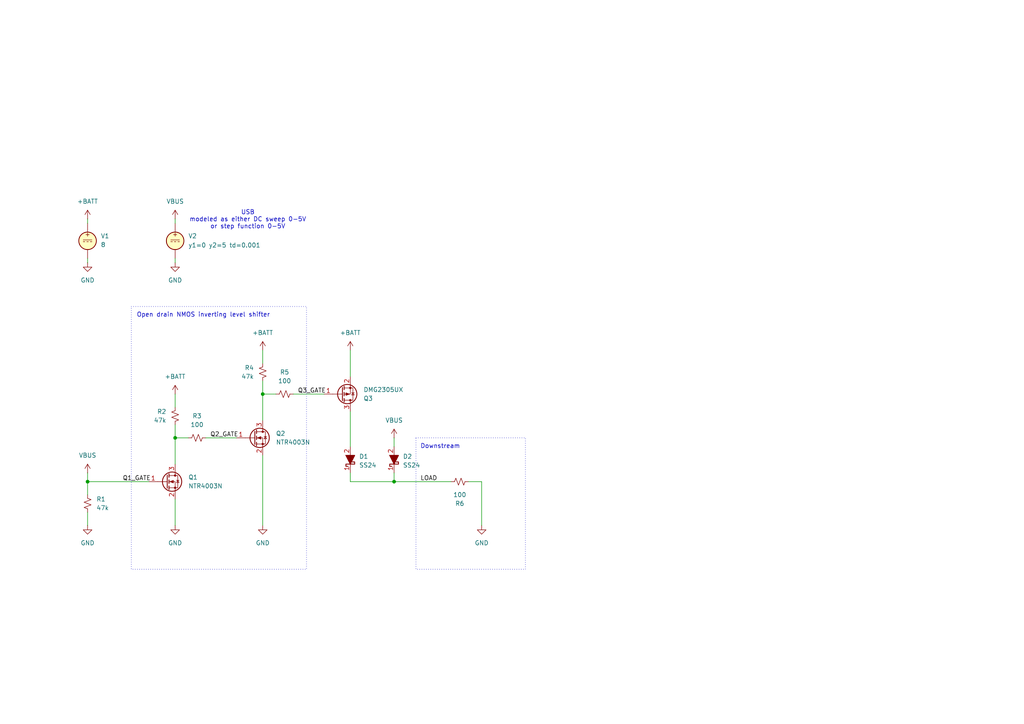
<source format=kicad_sch>
(kicad_sch (version 20250114) (generator "eeschema") (generator_version "9.0")
  (paper "A4")
  (title_block (title "Flight Computer"))
  (lib_symbols
    (symbol "Device:D_Schottky_Filled" (pin_names (offset 1.016) (hide yes))
      (property "Reference" "D" (at 0 2.54 0))
      (property "Value" "D_Schottky_Filled" (at 0 -2.54 0))
      (symbol "D_Schottky_Filled_0_1"
        (polyline (pts (xy -1.905 0.635) (xy -1.905 1.27) (xy -1.27 1.27) (xy -1.27 -1.27) (xy -0.635 -1.27) (xy -0.635 -0.635)) (stroke (width 0.254)))
        (polyline (pts (xy 1.27 1.27) (xy 1.27 -1.27) (xy -1.27 0) (xy 1.27 1.27)) (stroke (width 0.254)) (fill (type outline)))
        (polyline (pts (xy 1.27 0) (xy -1.27 0)))
      )
      (symbol "D_Schottky_Filled_1_1"
        (pin passive line (at -3.81 0 0) (length 2.54) (name "K") (number "1"))
        (pin passive line (at 3.81 0 180) (length 2.54) (name "A") (number "2"))
      )
    )
    (symbol "Device:R_Small_US" (pin_numbers (hide yes)) (pin_names (offset 0.254) (hide yes))
      (property "Reference" "R" (at 0.762 0.508 0))
      (property "Value" "R_Small_US" (at 0.762 -1.016 0))
      (symbol "R_Small_US_1_1"
        (polyline (pts (xy 0 1.524) (xy 1.016 1.143) (xy 0 0.762) (xy -1.016 0.381) (xy 0 0)))
        (polyline (pts (xy 0 0) (xy 1.016 -0.381) (xy 0 -0.762) (xy -1.016 -1.143) (xy 0 -1.524)))
        (pin passive line (at 0 2.54 270) (length 1.016) (name "~") (number "1"))
        (pin passive line (at 0 -2.54 90) (length 1.016) (name "~") (number "2"))
      )
    )
    (symbol "Simulation_SPICE:VDC" (pin_numbers (hide yes)) (pin_names (offset 0.0254))
      (property "Reference" "V" (at 2.54 2.54 0))
      (property "Value" "1" (at 2.54 0 0))
      (symbol "VDC_0_0"
        (polyline (pts (xy -1.27 0.254) (xy 1.27 0.254)))
        (polyline (pts (xy -0.762 -0.254) (xy -1.27 -0.254)))
        (polyline (pts (xy 0.254 -0.254) (xy -0.254 -0.254)))
        (polyline (pts (xy 1.27 -0.254) (xy 0.762 -0.254)))
        (text "+" (at 0 1.905 0) (effects (font (size 1.27 1.27))))
      )
      (symbol "VDC_0_1"
        (circle (center 0 0) (radius 2.54) (stroke (width 0.254)) (fill (type background)))
      )
      (symbol "VDC_1_1"
        (pin passive line (at 0 5.08 270) (length 2.54) (name "~") (number "1"))
        (pin passive line (at 0 -5.08 90) (length 2.54) (name "~") (number "2"))
      )
    )
    (symbol "Transistor_FET:Q_NMOS_GSD" (pin_names (offset 0) (hide yes))
      (property "Reference" "Q" (at 5.08 1.905 0))
      (property "Value" "Q_NMOS_GSD" (at 5.08 0 0))
      (symbol "Q_NMOS_GSD_0_1"
        (polyline (pts (xy 0.254 1.905) (xy 0.254 -1.905)) (stroke (width 0.254)))
        (polyline (pts (xy 0.254 0) (xy -2.54 0)))
        (polyline (pts (xy 0.762 2.286) (xy 0.762 1.27)) (stroke (width 0.254)))
        (polyline (pts (xy 0.762 0.508) (xy 0.762 -0.508)) (stroke (width 0.254)))
        (polyline (pts (xy 0.762 -1.27) (xy 0.762 -2.286)) (stroke (width 0.254)))
        (polyline (pts (xy 0.762 -1.778) (xy 3.302 -1.778) (xy 3.302 1.778) (xy 0.762 1.778)))
        (polyline (pts (xy 1.016 0) (xy 2.032 0.381) (xy 2.032 -0.381) (xy 1.016 0)) (fill (type outline)))
        (circle (center 1.651 0) (radius 2.794) (stroke (width 0.254)))
        (polyline (pts (xy 2.54 2.54) (xy 2.54 1.778)))
        (circle (center 2.54 1.778) (radius 0.254) (fill (type outline)))
        (circle (center 2.54 -1.778) (radius 0.254) (fill (type outline)))
        (polyline (pts (xy 2.54 -2.54) (xy 2.54 0) (xy 0.762 0)))
        (polyline (pts (xy 2.921 0.381) (xy 3.683 0.381)))
        (polyline (pts (xy 3.302 0.381) (xy 2.921 -0.254) (xy 3.683 -0.254) (xy 3.302 0.381)))
      )
      (symbol "Q_NMOS_GSD_1_1"
        (pin input line (at -5.08 0 0) (length 2.54) (name "G") (number "1"))
        (pin passive line (at 2.54 5.08 270) (length 2.54) (name "D") (number "3"))
        (pin passive line (at 2.54 -5.08 90) (length 2.54) (name "S") (number "2"))
      )
    )
    (symbol "Transistor_FET:Q_PMOS_GSD" (pin_names (offset 0) (hide yes))
      (property "Reference" "Q" (at 5.08 1.905 0))
      (property "Value" "Q_PMOS_GSD" (at 5.08 0 0))
      (symbol "Q_PMOS_GSD_0_1"
        (polyline (pts (xy 0.254 1.905) (xy 0.254 -1.905)) (stroke (width 0.254)))
        (polyline (pts (xy 0.254 0) (xy -2.54 0)))
        (polyline (pts (xy 0.762 2.286) (xy 0.762 1.27)) (stroke (width 0.254)))
        (polyline (pts (xy 0.762 1.778) (xy 3.302 1.778) (xy 3.302 -1.778) (xy 0.762 -1.778)))
        (polyline (pts (xy 0.762 0.508) (xy 0.762 -0.508)) (stroke (width 0.254)))
        (polyline (pts (xy 0.762 -1.27) (xy 0.762 -2.286)) (stroke (width 0.254)))
        (circle (center 1.651 0) (radius 2.794) (stroke (width 0.254)))
        (polyline (pts (xy 2.286 0) (xy 1.27 0.381) (xy 1.27 -0.381) (xy 2.286 0)) (fill (type outline)))
        (polyline (pts (xy 2.54 2.54) (xy 2.54 1.778)))
        (circle (center 2.54 1.778) (radius 0.254) (fill (type outline)))
        (circle (center 2.54 -1.778) (radius 0.254) (fill (type outline)))
        (polyline (pts (xy 2.54 -2.54) (xy 2.54 0) (xy 0.762 0)))
        (polyline (pts (xy 2.921 -0.381) (xy 3.683 -0.381)))
        (polyline (pts (xy 3.302 -0.381) (xy 2.921 0.254) (xy 3.683 0.254) (xy 3.302 -0.381)))
      )
      (symbol "Q_PMOS_GSD_1_1"
        (pin input line (at -5.08 0 0) (length 2.54) (name "G") (number "1"))
        (pin passive line (at 2.54 5.08 270) (length 2.54) (name "D") (number "3"))
        (pin passive line (at 2.54 -5.08 90) (length 2.54) (name "S") (number "2"))
      )
    )
    (symbol "power:+BATT" (power) (pin_numbers (hide yes)) (pin_names (offset 0) (hide yes))
      (property "Value" "+BATT" (at 0 3.556 0))
      (symbol "+BATT_0_1"
        (polyline (pts (xy -0.762 1.27) (xy 0 2.54)))
        (polyline (pts (xy 0 2.54) (xy 0.762 1.27)))
        (polyline (pts (xy 0 0) (xy 0 2.54)))
      )
      (symbol "+BATT_1_1"
        (pin power_in line (at 0 0 90) (length 0) (name "~") (number "1"))
      )
    )
    (symbol "power:GND" (power) (pin_numbers (hide yes)) (pin_names (offset 0) (hide yes))
      (property "Value" "GND" (at 0 -3.81 0))
      (symbol "GND_0_1"
        (polyline (pts (xy 0 0) (xy 0 -1.27) (xy 1.27 -1.27) (xy 0 -2.54) (xy -1.27 -1.27) (xy 0 -1.27)))
      )
      (symbol "GND_1_1"
        (pin power_in line (at 0 0 270) (length 0) (name "~") (number "1"))
      )
    )
    (symbol "power:VBUS" (power) (pin_numbers (hide yes)) (pin_names (offset 0) (hide yes))
      (property "Value" "VBUS" (at 0 3.556 0))
      (symbol "VBUS_0_1"
        (polyline (pts (xy -0.762 1.27) (xy 0 2.54)))
        (polyline (pts (xy 0 2.54) (xy 0.762 1.27)))
        (polyline (pts (xy 0 0) (xy 0 2.54)))
      )
      (symbol "VBUS_1_1"
        (pin power_in line (at 0 0 90) (length 0) (name "~") (number "1"))
      )
    )
  )
  (rectangle (start 38.1 88.9) (end 88.9 165.1) (stroke (width 0) (type dot)))
  (rectangle (start 120.65 127) (end 152.4 165.1) (stroke (width 0) (type dot)))
  (text "USB\nmodeled as either DC sweep 0-5V\nor step function 0-5V" (at 71.882 63.754 0) (effects (font (size 1.27 1.27))))
  (text "Open drain NMOS inverting level shifter" (at 39.624 90.678 0) (effects (font (size 1.27 1.27)) (justify left top)))
  (text "Downstream" (at 121.92 128.778 0) (effects (font (size 1.27 1.27)) (justify left top)))
  (junction (at 76.2 114.3))
  (junction (at 50.8 127))
  (junction (at 114.3 139.7))
  (junction (at 25.4 139.7))
  (wire (pts (xy 85.09 114.3) (xy 93.98 114.3)))
  (wire (pts (xy 101.6 119.38) (xy 101.6 129.54)))
  (wire (pts (xy 139.7 139.7) (xy 135.89 139.7)))
  (wire (pts (xy 76.2 101.6) (xy 76.2 105.41)))
  (wire (pts (xy 101.6 139.7) (xy 114.3 139.7)))
  (wire (pts (xy 139.7 152.4) (xy 139.7 139.7)))
  (wire (pts (xy 25.4 137.16) (xy 25.4 139.7)))
  (wire (pts (xy 25.4 63.5) (xy 25.4 64.77)))
  (wire (pts (xy 76.2 132.08) (xy 76.2 152.4)))
  (wire (pts (xy 76.2 114.3) (xy 80.01 114.3)))
  (wire (pts (xy 50.8 144.78) (xy 50.8 152.4)))
  (wire (pts (xy 114.3 127) (xy 114.3 129.54)))
  (wire (pts (xy 101.6 137.16) (xy 101.6 139.7)))
  (wire (pts (xy 25.4 143.51) (xy 25.4 139.7)))
  (wire (pts (xy 25.4 76.2) (xy 25.4 74.93)))
  (wire (pts (xy 50.8 76.2) (xy 50.8 74.93)))
  (wire (pts (xy 25.4 148.59) (xy 25.4 152.4)))
  (wire (pts (xy 76.2 110.49) (xy 76.2 114.3)))
  (wire (pts (xy 114.3 139.7) (xy 114.3 137.16)))
  (wire (pts (xy 50.8 123.19) (xy 50.8 127)))
  (wire (pts (xy 50.8 63.5) (xy 50.8 64.77)))
  (wire (pts (xy 25.4 139.7) (xy 43.18 139.7)))
  (wire (pts (xy 114.3 139.7) (xy 130.81 139.7)))
  (wire (pts (xy 50.8 127) (xy 50.8 134.62)))
  (wire (pts (xy 54.61 127) (xy 50.8 127)))
  (wire (pts (xy 50.8 114.3) (xy 50.8 118.11)))
  (wire (pts (xy 76.2 121.92) (xy 76.2 114.3)))
  (wire (pts (xy 59.69 127) (xy 68.58 127)))
  (wire (pts (xy 101.6 101.6) (xy 101.6 109.22)))
  (label "Q3_GATE" (at 86.36 114.3 0))
  (label "Q1_GATE" (at 35.56 139.7 0))
  (label "Q2_GATE" (at 60.96 127 0))
  (label "LOAD" (at 121.92 139.7 0))
  (symbol (lib_id "power:GND") (at 76.2 152.4 0) (unit 1)
    (property "Reference" "#PWR010" (effects (hide yes)))
    (property "Value" "GND" (at 76.2 157.48 0))
    (property "Description" "Power symbol creates a global label with name \"GND\" , ground" (effects (hide yes)))
  )
  (symbol (lib_id "Device:R_Small_US") (at 50.8 120.65 0) (mirror y) (unit 1)
    (property "Reference" "R2" (at 48.26 119.3799 0) (effects (justify left)))
    (property "Value" "47k" (at 48.26 121.9199 0) (effects (justify left)))
    (property "Description" "Resistor, small US symbol" (effects (hide yes)))
  )
  (symbol (lib_id "Transistor_FET:Q_PMOS_GSD") (at 99.06 114.3 0) (mirror x) (unit 1)
    (property "Reference" "Q3" (at 105.41 115.5701 0) (effects (justify left)))
    (property "Value" "DMG2305UX" (at 105.41 113.0301 0) (effects (justify left)))
    (property "Description" "P-MOSFET transistor, gate/source/drain" (effects (hide yes)))
    (property "Sim.Library" "kicad-library-sigmondkukla\\spice\\DMG2305UX.spice.txt" (effects (hide yes)))
    (property "Sim.Name" "DMG2305UX" (effects (hide yes)))
    (property "Sim.Device" "SUBCKT" (effects (hide yes)))
    (property "Sim.Pins" "1=20 2=30 3=10" (effects (hide yes)))
  )
  (symbol (lib_id "power:GND") (at 25.4 152.4 0) (unit 1)
    (property "Reference" "#PWR04" (effects (hide yes)))
    (property "Value" "GND" (at 25.4 157.48 0))
    (property "Description" "Power symbol creates a global label with name \"GND\" , ground" (effects (hide yes)))
  )
  (symbol (lib_id "Device:R_Small_US") (at 76.2 107.95 0) (mirror y) (unit 1)
    (property "Reference" "R4" (at 73.66 106.6799 0) (effects (justify left)))
    (property "Value" "47k" (at 73.66 109.2199 0) (effects (justify left)))
    (property "Description" "Resistor, small US symbol" (effects (hide yes)))
  )
  (symbol (lib_id "Transistor_FET:Q_NMOS_GSD") (at 73.66 127 0) (unit 1)
    (property "Reference" "Q2" (at 80.01 125.7299 0) (effects (justify left)))
    (property "Value" "NTR4003N" (at 80.01 128.2699 0) (effects (justify left)))
    (property "Description" "N-MOSFET transistor, gate/source/drain" (effects (hide yes)))
    (property "Sim.Library" "kicad-library-sigmondkukla\\spice\\NTR4003N.LIB" (effects (hide yes)))
    (property "Sim.Name" "ntr4003n" (effects (hide yes)))
    (property "Sim.Device" "SUBCKT" (effects (hide yes)))
    (property "Sim.Pins" "1=2 2=3 3=1" (effects (hide yes)))
  )
  (symbol (lib_id "Simulation_SPICE:VDC") (at 50.8 69.85 0) (unit 1)
    (property "Reference" "V2" (at 54.61 68.4501 0) (effects (justify left)))
    (property "Value" "${SIM.PARAMS}" (at 54.61 71.12 0) (effects (justify left)))
    (property "Datasheet" "https://ngspice.sourceforge.io/docs/ngspice-html-manual/manual.xhtml#sec_Independent_Sources_for" (effects (hide yes)))
    (property "Description" "Voltage source, DC" (effects (hide yes)))
    (property "Sim.Pins" "1=+ 2=-" (effects (hide yes)))
    (property "Sim.Type" "PULSE" (effects (hide yes)))
    (property "Sim.Device" "V" (effects (hide yes)))
    (property "Sim.Params" "y1=0 y2=5 td=0.001" (effects (hide yes)))
  )
  (symbol (lib_id "power:+BATT") (at 76.2 101.6 0) (unit 1)
    (property "Reference" "#PWR09" (effects (hide yes)))
    (property "Value" "+BATT" (at 76.2 96.52 0))
    (property "Description" "Power symbol creates a global label with name \"+BATT\"" (effects (hide yes)))
  )
  (symbol (lib_id "Device:D_Schottky_Filled") (at 114.3 133.35 90) (unit 1)
    (property "Reference" "D2" (at 116.84 132.3974 90) (effects (justify right)))
    (property "Value" "SS24" (at 116.84 134.9374 90) (effects (justify right)))
    (property "Description" "Schottky diode, filled shape" (effects (hide yes)))
    (property "Sim.Library" "kicad-library-sigmondkukla\\spice\\SS22T3.REV0.LIB" (effects (hide yes)))
    (property "Sim.Name" "Dss22" (effects (hide yes)))
    (property "Sim.Device" "D" (effects (hide yes)))
    (property "Sim.Pins" "1=K 2=A" (effects (hide yes)))
  )
  (symbol (lib_id "power:VBUS") (at 114.3 127 0) (unit 1)
    (property "Reference" "#PWR012" (effects (hide yes)))
    (property "Value" "VBUS" (at 114.3 121.92 0))
    (property "Description" "Power symbol creates a global label with name \"VBUS\"" (effects (hide yes)))
  )
  (symbol (lib_id "power:VBUS") (at 25.4 137.16 0) (unit 1)
    (property "Reference" "#PWR03" (effects (hide yes)))
    (property "Value" "VBUS" (at 25.4 132.08 0))
    (property "Description" "Power symbol creates a global label with name \"VBUS\"" (effects (hide yes)))
  )
  (symbol (lib_id "Device:R_Small_US") (at 57.15 127 90) (unit 1)
    (property "Reference" "R3" (at 57.15 120.65 90))
    (property "Value" "100" (at 57.15 123.19 90))
    (property "Description" "Resistor, small US symbol" (effects (hide yes)))
  )
  (symbol (lib_id "power:+BATT") (at 101.6 101.6 0) (unit 1)
    (property "Reference" "#PWR011" (effects (hide yes)))
    (property "Value" "+BATT" (at 101.6 96.52 0))
    (property "Description" "Power symbol creates a global label with name \"+BATT\"" (effects (hide yes)))
  )
  (symbol (lib_id "power:+BATT") (at 50.8 114.3 0) (unit 1)
    (property "Reference" "#PWR07" (effects (hide yes)))
    (property "Value" "+BATT" (at 50.8 109.22 0))
    (property "Description" "Power symbol creates a global label with name \"+BATT\"" (effects (hide yes)))
  )
  (symbol (lib_id "Transistor_FET:Q_NMOS_GSD") (at 48.26 139.7 0) (unit 1)
    (property "Reference" "Q1" (at 54.61 138.4299 0) (effects (justify left)))
    (property "Value" "NTR4003N" (at 54.61 140.9699 0) (effects (justify left)))
    (property "Description" "N-MOSFET transistor, gate/source/drain" (effects (hide yes)))
    (property "Sim.Library" "kicad-library-sigmondkukla\\spice\\NTR4003N.LIB" (effects (hide yes)))
    (property "Sim.Name" "ntr4003n" (effects (hide yes)))
    (property "Sim.Device" "SUBCKT" (effects (hide yes)))
    (property "Sim.Pins" "1=2 2=3 3=1" (effects (hide yes)))
  )
  (symbol (lib_id "power:GND") (at 50.8 76.2 0) (unit 1)
    (property "Reference" "#PWR06" (effects (hide yes)))
    (property "Value" "GND" (at 50.8 81.28 0))
    (property "Description" "Power symbol creates a global label with name \"GND\" , ground" (effects (hide yes)))
  )
  (symbol (lib_id "power:+BATT") (at 25.4 63.5 0) (unit 1)
    (property "Reference" "#PWR01" (effects (hide yes)))
    (property "Value" "+BATT" (at 25.4 58.42 0))
    (property "Description" "Power symbol creates a global label with name \"+BATT\"" (effects (hide yes)))
  )
  (symbol (lib_id "power:VBUS") (at 50.8 63.5 0) (unit 1)
    (property "Reference" "#PWR05" (effects (hide yes)))
    (property "Value" "VBUS" (at 50.8 58.42 0))
    (property "Description" "Power symbol creates a global label with name \"VBUS\"" (effects (hide yes)))
  )
  (symbol (lib_id "power:GND") (at 25.4 76.2 0) (unit 1)
    (property "Reference" "#PWR02" (effects (hide yes)))
    (property "Value" "GND" (at 25.4 81.28 0))
    (property "Description" "Power symbol creates a global label with name \"GND\" , ground" (effects (hide yes)))
  )
  (symbol (lib_id "Device:D_Schottky_Filled") (at 101.6 133.35 90) (unit 1)
    (property "Reference" "D1" (at 104.14 132.3974 90) (effects (justify right)))
    (property "Value" "SS24" (at 104.14 134.9374 90) (effects (justify right)))
    (property "Description" "Schottky diode, filled shape" (effects (hide yes)))
    (property "Sim.Library" "kicad-library-sigmondkukla\\spice\\SS22T3.REV0.LIB" (effects (hide yes)))
    (property "Sim.Name" "Dss22" (effects (hide yes)))
    (property "Sim.Device" "D" (effects (hide yes)))
    (property "Sim.Pins" "1=K 2=A" (effects (hide yes)))
  )
  (symbol (lib_id "Device:R_Small_US") (at 25.4 146.05 0) (unit 1)
    (property "Reference" "R1" (at 27.94 144.7799 0) (effects (justify left)))
    (property "Value" "47k" (at 27.94 147.3199 0) (effects (justify left)))
    (property "Description" "Resistor, small US symbol" (effects (hide yes)))
  )
  (symbol (lib_id "Device:R_Small_US") (at 82.55 114.3 90) (unit 1)
    (property "Reference" "R5" (at 82.55 107.95 90))
    (property "Value" "100" (at 82.55 110.49 90))
    (property "Description" "Resistor, small US symbol" (effects (hide yes)))
  )
  (symbol (lib_id "power:GND") (at 139.7 152.4 0) (unit 1)
    (property "Reference" "#PWR013" (effects (hide yes)))
    (property "Value" "GND" (at 139.7 157.48 0))
    (property "Description" "Power symbol creates a global label with name \"GND\" , ground" (effects (hide yes)))
  )
  (symbol (lib_id "Device:R_Small_US") (at 133.35 139.7 270) (unit 1)
    (property "Reference" "R6" (at 133.35 146.05 90))
    (property "Value" "100" (at 133.35 143.51 90))
    (property "Description" "Resistor, small US symbol" (effects (hide yes)))
  )
  (symbol (lib_id "power:GND") (at 50.8 152.4 0) (unit 1)
    (property "Reference" "#PWR08" (effects (hide yes)))
    (property "Value" "GND" (at 50.8 157.48 0))
    (property "Description" "Power symbol creates a global label with name \"GND\" , ground" (effects (hide yes)))
  )
  (symbol (lib_id "Simulation_SPICE:VDC") (at 25.4 69.85 0) (unit 1)
    (property "Reference" "V1" (at 29.21 68.4501 0) (effects (justify left)))
    (property "Value" "8" (at 29.21 70.9901 0) (effects (justify left)))
    (property "Datasheet" "https://ngspice.sourceforge.io/docs/ngspice-html-manual/manual.xhtml#sec_Independent_Sources_for" (effects (hide yes)))
    (property "Description" "Voltage source, DC" (effects (hide yes)))
    (property "Sim.Pins" "1=+ 2=-" (effects (hide yes)))
    (property "Sim.Type" "DC" (effects (hide yes)))
    (property "Sim.Device" "V" (effects (hide yes)))
  )
)
</source>
